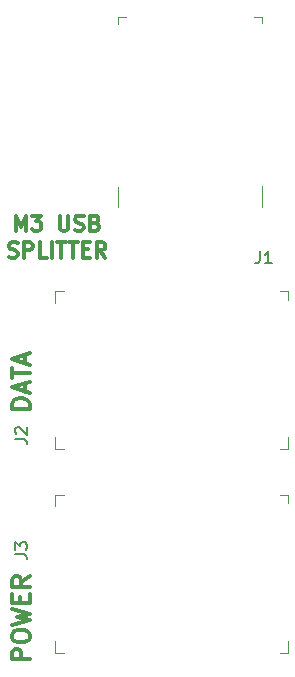
<source format=gbr>
G04 #@! TF.GenerationSoftware,KiCad,Pcbnew,(5.0.0)*
G04 #@! TF.CreationDate,2018-10-08T17:29:21-04:00*
G04 #@! TF.ProjectId,m3_usb_split,6D335F7573625F73706C69742E6B6963,0*
G04 #@! TF.SameCoordinates,Original*
G04 #@! TF.FileFunction,Legend,Top*
G04 #@! TF.FilePolarity,Positive*
%FSLAX46Y46*%
G04 Gerber Fmt 4.6, Leading zero omitted, Abs format (unit mm)*
G04 Created by KiCad (PCBNEW (5.0.0)) date 10/08/18 17:29:21*
%MOMM*%
%LPD*%
G01*
G04 APERTURE LIST*
%ADD10C,0.300000*%
%ADD11C,0.100000*%
%ADD12C,0.150000*%
G04 APERTURE END LIST*
D10*
X104252380Y-102463095D02*
X104252380Y-101163095D01*
X104685714Y-102091666D01*
X105119047Y-101163095D01*
X105119047Y-102463095D01*
X105614285Y-101163095D02*
X106419047Y-101163095D01*
X105985714Y-101658333D01*
X106171428Y-101658333D01*
X106295238Y-101720238D01*
X106357142Y-101782142D01*
X106419047Y-101905952D01*
X106419047Y-102215476D01*
X106357142Y-102339285D01*
X106295238Y-102401190D01*
X106171428Y-102463095D01*
X105800000Y-102463095D01*
X105676190Y-102401190D01*
X105614285Y-102339285D01*
X107966666Y-101163095D02*
X107966666Y-102215476D01*
X108028571Y-102339285D01*
X108090476Y-102401190D01*
X108214285Y-102463095D01*
X108461904Y-102463095D01*
X108585714Y-102401190D01*
X108647619Y-102339285D01*
X108709523Y-102215476D01*
X108709523Y-101163095D01*
X109266666Y-102401190D02*
X109452380Y-102463095D01*
X109761904Y-102463095D01*
X109885714Y-102401190D01*
X109947619Y-102339285D01*
X110009523Y-102215476D01*
X110009523Y-102091666D01*
X109947619Y-101967857D01*
X109885714Y-101905952D01*
X109761904Y-101844047D01*
X109514285Y-101782142D01*
X109390476Y-101720238D01*
X109328571Y-101658333D01*
X109266666Y-101534523D01*
X109266666Y-101410714D01*
X109328571Y-101286904D01*
X109390476Y-101225000D01*
X109514285Y-101163095D01*
X109823809Y-101163095D01*
X110009523Y-101225000D01*
X111000000Y-101782142D02*
X111185714Y-101844047D01*
X111247619Y-101905952D01*
X111309523Y-102029761D01*
X111309523Y-102215476D01*
X111247619Y-102339285D01*
X111185714Y-102401190D01*
X111061904Y-102463095D01*
X110566666Y-102463095D01*
X110566666Y-101163095D01*
X111000000Y-101163095D01*
X111123809Y-101225000D01*
X111185714Y-101286904D01*
X111247619Y-101410714D01*
X111247619Y-101534523D01*
X111185714Y-101658333D01*
X111123809Y-101720238D01*
X111000000Y-101782142D01*
X110566666Y-101782142D01*
X103664285Y-104651190D02*
X103850000Y-104713095D01*
X104159523Y-104713095D01*
X104283333Y-104651190D01*
X104345238Y-104589285D01*
X104407142Y-104465476D01*
X104407142Y-104341666D01*
X104345238Y-104217857D01*
X104283333Y-104155952D01*
X104159523Y-104094047D01*
X103911904Y-104032142D01*
X103788095Y-103970238D01*
X103726190Y-103908333D01*
X103664285Y-103784523D01*
X103664285Y-103660714D01*
X103726190Y-103536904D01*
X103788095Y-103475000D01*
X103911904Y-103413095D01*
X104221428Y-103413095D01*
X104407142Y-103475000D01*
X104964285Y-104713095D02*
X104964285Y-103413095D01*
X105459523Y-103413095D01*
X105583333Y-103475000D01*
X105645238Y-103536904D01*
X105707142Y-103660714D01*
X105707142Y-103846428D01*
X105645238Y-103970238D01*
X105583333Y-104032142D01*
X105459523Y-104094047D01*
X104964285Y-104094047D01*
X106883333Y-104713095D02*
X106264285Y-104713095D01*
X106264285Y-103413095D01*
X107316666Y-104713095D02*
X107316666Y-103413095D01*
X107750000Y-103413095D02*
X108492857Y-103413095D01*
X108121428Y-104713095D02*
X108121428Y-103413095D01*
X108740476Y-103413095D02*
X109483333Y-103413095D01*
X109111904Y-104713095D02*
X109111904Y-103413095D01*
X109916666Y-104032142D02*
X110350000Y-104032142D01*
X110535714Y-104713095D02*
X109916666Y-104713095D01*
X109916666Y-103413095D01*
X110535714Y-103413095D01*
X111835714Y-104713095D02*
X111402380Y-104094047D01*
X111092857Y-104713095D02*
X111092857Y-103413095D01*
X111588095Y-103413095D01*
X111711904Y-103475000D01*
X111773809Y-103536904D01*
X111835714Y-103660714D01*
X111835714Y-103846428D01*
X111773809Y-103970238D01*
X111711904Y-104032142D01*
X111588095Y-104094047D01*
X111092857Y-104094047D01*
X105428571Y-138714285D02*
X103928571Y-138714285D01*
X103928571Y-138142857D01*
X104000000Y-138000000D01*
X104071428Y-137928571D01*
X104214285Y-137857142D01*
X104428571Y-137857142D01*
X104571428Y-137928571D01*
X104642857Y-138000000D01*
X104714285Y-138142857D01*
X104714285Y-138714285D01*
X103928571Y-136928571D02*
X103928571Y-136642857D01*
X104000000Y-136500000D01*
X104142857Y-136357142D01*
X104428571Y-136285714D01*
X104928571Y-136285714D01*
X105214285Y-136357142D01*
X105357142Y-136500000D01*
X105428571Y-136642857D01*
X105428571Y-136928571D01*
X105357142Y-137071428D01*
X105214285Y-137214285D01*
X104928571Y-137285714D01*
X104428571Y-137285714D01*
X104142857Y-137214285D01*
X104000000Y-137071428D01*
X103928571Y-136928571D01*
X103928571Y-135785714D02*
X105428571Y-135428571D01*
X104357142Y-135142857D01*
X105428571Y-134857142D01*
X103928571Y-134500000D01*
X104642857Y-133928571D02*
X104642857Y-133428571D01*
X105428571Y-133214285D02*
X105428571Y-133928571D01*
X103928571Y-133928571D01*
X103928571Y-133214285D01*
X105428571Y-131714285D02*
X104714285Y-132214285D01*
X105428571Y-132571428D02*
X103928571Y-132571428D01*
X103928571Y-132000000D01*
X104000000Y-131857142D01*
X104071428Y-131785714D01*
X104214285Y-131714285D01*
X104428571Y-131714285D01*
X104571428Y-131785714D01*
X104642857Y-131857142D01*
X104714285Y-132000000D01*
X104714285Y-132571428D01*
X105428571Y-117500000D02*
X103928571Y-117500000D01*
X103928571Y-117142857D01*
X104000000Y-116928571D01*
X104142857Y-116785714D01*
X104285714Y-116714285D01*
X104571428Y-116642857D01*
X104785714Y-116642857D01*
X105071428Y-116714285D01*
X105214285Y-116785714D01*
X105357142Y-116928571D01*
X105428571Y-117142857D01*
X105428571Y-117500000D01*
X105000000Y-116071428D02*
X105000000Y-115357142D01*
X105428571Y-116214285D02*
X103928571Y-115714285D01*
X105428571Y-115214285D01*
X103928571Y-114928571D02*
X103928571Y-114071428D01*
X105428571Y-114500000D02*
X103928571Y-114500000D01*
X105000000Y-113642857D02*
X105000000Y-112928571D01*
X105428571Y-113785714D02*
X103928571Y-113285714D01*
X105428571Y-112785714D01*
D11*
G04 #@! TO.C,J3*
X107575000Y-124825000D02*
X108300000Y-124825000D01*
X107575000Y-125775000D02*
X107575000Y-124825000D01*
X107575000Y-138175000D02*
X108375000Y-138175000D01*
X107575000Y-137150000D02*
X107575000Y-138175000D01*
X127275000Y-124825000D02*
X127275000Y-125525000D01*
X126625000Y-124825000D02*
X127275000Y-124825000D01*
X127275000Y-138175000D02*
X126600000Y-138175000D01*
X127275000Y-137200000D02*
X127275000Y-138175000D01*
G04 #@! TO.C,J1*
X112875000Y-99700000D02*
X112875000Y-98750000D01*
X125125000Y-100450000D02*
X125125000Y-98675000D01*
X112875000Y-100450000D02*
X112875000Y-99675000D01*
X124425000Y-84325000D02*
X125125000Y-84325000D01*
X125125000Y-84325000D02*
X125125000Y-84875000D01*
X113600000Y-84325000D02*
X112875000Y-84325000D01*
X112875000Y-84325000D02*
X112875000Y-84925000D01*
G04 #@! TO.C,J2*
X127275000Y-119950000D02*
X127275000Y-120925000D01*
X127275000Y-120925000D02*
X126600000Y-120925000D01*
X126625000Y-107575000D02*
X127275000Y-107575000D01*
X127275000Y-107575000D02*
X127275000Y-108275000D01*
X107575000Y-119900000D02*
X107575000Y-120925000D01*
X107575000Y-120925000D02*
X108375000Y-120925000D01*
X107575000Y-108525000D02*
X107575000Y-107575000D01*
X107575000Y-107575000D02*
X108300000Y-107575000D01*
G04 #@! TO.C,J3*
D12*
X104202380Y-129833333D02*
X104916666Y-129833333D01*
X105059523Y-129880952D01*
X105154761Y-129976190D01*
X105202380Y-130119047D01*
X105202380Y-130214285D01*
X104202380Y-129452380D02*
X104202380Y-128833333D01*
X104583333Y-129166666D01*
X104583333Y-129023809D01*
X104630952Y-128928571D01*
X104678571Y-128880952D01*
X104773809Y-128833333D01*
X105011904Y-128833333D01*
X105107142Y-128880952D01*
X105154761Y-128928571D01*
X105202380Y-129023809D01*
X105202380Y-129309523D01*
X105154761Y-129404761D01*
X105107142Y-129452380D01*
G04 #@! TO.C,J1*
X124916666Y-104202380D02*
X124916666Y-104916666D01*
X124869047Y-105059523D01*
X124773809Y-105154761D01*
X124630952Y-105202380D01*
X124535714Y-105202380D01*
X125916666Y-105202380D02*
X125345238Y-105202380D01*
X125630952Y-105202380D02*
X125630952Y-104202380D01*
X125535714Y-104345238D01*
X125440476Y-104440476D01*
X125345238Y-104488095D01*
G04 #@! TO.C,J2*
X104202380Y-120083333D02*
X104916666Y-120083333D01*
X105059523Y-120130952D01*
X105154761Y-120226190D01*
X105202380Y-120369047D01*
X105202380Y-120464285D01*
X104297619Y-119654761D02*
X104250000Y-119607142D01*
X104202380Y-119511904D01*
X104202380Y-119273809D01*
X104250000Y-119178571D01*
X104297619Y-119130952D01*
X104392857Y-119083333D01*
X104488095Y-119083333D01*
X104630952Y-119130952D01*
X105202380Y-119702380D01*
X105202380Y-119083333D01*
G04 #@! TD*
M02*

</source>
